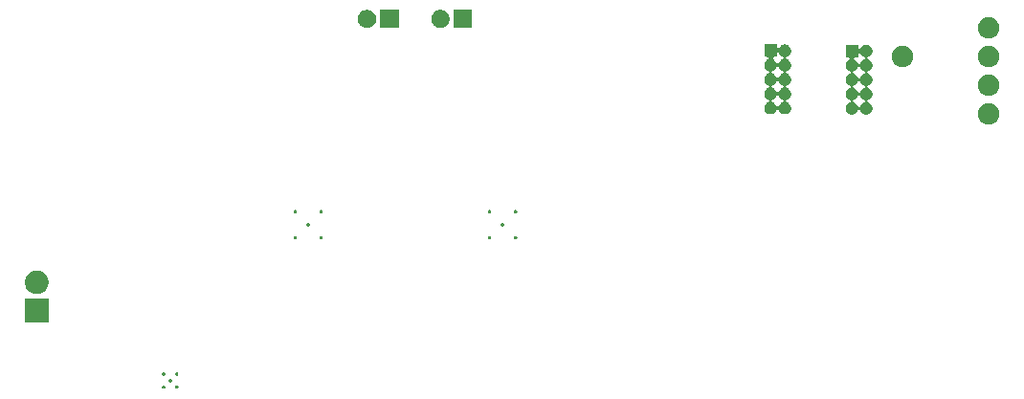
<source format=gbs>
G04 #@! TF.GenerationSoftware,KiCad,Pcbnew,(5.1.6)-1*
G04 #@! TF.CreationDate,2021-05-13T14:40:21+09:00*
G04 #@! TF.ProjectId,MainBoard_v1,4d61696e-426f-4617-9264-5f76312e6b69,rev?*
G04 #@! TF.SameCoordinates,Original*
G04 #@! TF.FileFunction,Soldermask,Bot*
G04 #@! TF.FilePolarity,Negative*
%FSLAX46Y46*%
G04 Gerber Fmt 4.6, Leading zero omitted, Abs format (unit mm)*
G04 Created by KiCad (PCBNEW (5.1.6)-1) date 2021-05-13 14:40:21*
%MOMM*%
%LPD*%
G01*
G04 APERTURE LIST*
%ADD10C,0.100000*%
G04 APERTURE END LIST*
D10*
G36*
X104825500Y-127129993D02*
G01*
X104831934Y-127132658D01*
X104853894Y-127141754D01*
X104866669Y-127150290D01*
X104879442Y-127158825D01*
X104901175Y-127180558D01*
X104909709Y-127193331D01*
X104918246Y-127206106D01*
X104927342Y-127228066D01*
X104930007Y-127234500D01*
X104936000Y-127264633D01*
X104936000Y-127295367D01*
X104930007Y-127325500D01*
X104930005Y-127325504D01*
X104918246Y-127353894D01*
X104909709Y-127366669D01*
X104901175Y-127379442D01*
X104879442Y-127401175D01*
X104866669Y-127409710D01*
X104853894Y-127418246D01*
X104831934Y-127427342D01*
X104825500Y-127430007D01*
X104795367Y-127436000D01*
X104764633Y-127436000D01*
X104734500Y-127430007D01*
X104728066Y-127427342D01*
X104706106Y-127418246D01*
X104693331Y-127409709D01*
X104680558Y-127401175D01*
X104658825Y-127379442D01*
X104650291Y-127366669D01*
X104641754Y-127353894D01*
X104629995Y-127325504D01*
X104629993Y-127325500D01*
X104624000Y-127295367D01*
X104624000Y-127264633D01*
X104629993Y-127234500D01*
X104632658Y-127228066D01*
X104641754Y-127206106D01*
X104650291Y-127193331D01*
X104658825Y-127180558D01*
X104680558Y-127158825D01*
X104693331Y-127150290D01*
X104706106Y-127141754D01*
X104728066Y-127132658D01*
X104734500Y-127129993D01*
X104764633Y-127124000D01*
X104795367Y-127124000D01*
X104825500Y-127129993D01*
G37*
G36*
X103665500Y-127129993D02*
G01*
X103671934Y-127132658D01*
X103693894Y-127141754D01*
X103706669Y-127150290D01*
X103719442Y-127158825D01*
X103741175Y-127180558D01*
X103749709Y-127193331D01*
X103758246Y-127206106D01*
X103767342Y-127228066D01*
X103770007Y-127234500D01*
X103776000Y-127264633D01*
X103776000Y-127295367D01*
X103770007Y-127325500D01*
X103770005Y-127325504D01*
X103758246Y-127353894D01*
X103749709Y-127366669D01*
X103741175Y-127379442D01*
X103719442Y-127401175D01*
X103706669Y-127409710D01*
X103693894Y-127418246D01*
X103671934Y-127427342D01*
X103665500Y-127430007D01*
X103635367Y-127436000D01*
X103604633Y-127436000D01*
X103574500Y-127430007D01*
X103568066Y-127427342D01*
X103546106Y-127418246D01*
X103533331Y-127409709D01*
X103520558Y-127401175D01*
X103498825Y-127379442D01*
X103490291Y-127366669D01*
X103481754Y-127353894D01*
X103469995Y-127325504D01*
X103469993Y-127325500D01*
X103464000Y-127295367D01*
X103464000Y-127264633D01*
X103469993Y-127234500D01*
X103472658Y-127228066D01*
X103481754Y-127206106D01*
X103490291Y-127193331D01*
X103498825Y-127180558D01*
X103520558Y-127158825D01*
X103533331Y-127150290D01*
X103546106Y-127141754D01*
X103568066Y-127132658D01*
X103574500Y-127129993D01*
X103604633Y-127124000D01*
X103635367Y-127124000D01*
X103665500Y-127129993D01*
G37*
G36*
X104245500Y-126549993D02*
G01*
X104251934Y-126552658D01*
X104273894Y-126561754D01*
X104286669Y-126570291D01*
X104299442Y-126578825D01*
X104321175Y-126600558D01*
X104329710Y-126613331D01*
X104338246Y-126626106D01*
X104347342Y-126648066D01*
X104350007Y-126654500D01*
X104356000Y-126684633D01*
X104356000Y-126715367D01*
X104350007Y-126745500D01*
X104350005Y-126745504D01*
X104338246Y-126773894D01*
X104329709Y-126786669D01*
X104321175Y-126799442D01*
X104299442Y-126821175D01*
X104286669Y-126829710D01*
X104273894Y-126838246D01*
X104251934Y-126847342D01*
X104245500Y-126850007D01*
X104215367Y-126856000D01*
X104184633Y-126856000D01*
X104154500Y-126850007D01*
X104148066Y-126847342D01*
X104126106Y-126838246D01*
X104113331Y-126829709D01*
X104100558Y-126821175D01*
X104078825Y-126799442D01*
X104070290Y-126786669D01*
X104061754Y-126773894D01*
X104049995Y-126745504D01*
X104049993Y-126745500D01*
X104044000Y-126715367D01*
X104044000Y-126684633D01*
X104049993Y-126654500D01*
X104052658Y-126648066D01*
X104061754Y-126626106D01*
X104070290Y-126613331D01*
X104078825Y-126600558D01*
X104100558Y-126578825D01*
X104113331Y-126570291D01*
X104126106Y-126561754D01*
X104148066Y-126552658D01*
X104154500Y-126549993D01*
X104184633Y-126544000D01*
X104215367Y-126544000D01*
X104245500Y-126549993D01*
G37*
G36*
X103665500Y-125969993D02*
G01*
X103671934Y-125972658D01*
X103693894Y-125981754D01*
X103706669Y-125990290D01*
X103719442Y-125998825D01*
X103741175Y-126020558D01*
X103749710Y-126033331D01*
X103758246Y-126046106D01*
X103767342Y-126068066D01*
X103770007Y-126074500D01*
X103776000Y-126104633D01*
X103776000Y-126135367D01*
X103770007Y-126165500D01*
X103770005Y-126165504D01*
X103758246Y-126193894D01*
X103749709Y-126206669D01*
X103741175Y-126219442D01*
X103719442Y-126241175D01*
X103706669Y-126249710D01*
X103693894Y-126258246D01*
X103671934Y-126267342D01*
X103665500Y-126270007D01*
X103635367Y-126276000D01*
X103604633Y-126276000D01*
X103574500Y-126270007D01*
X103568066Y-126267342D01*
X103546106Y-126258246D01*
X103533331Y-126249710D01*
X103520558Y-126241175D01*
X103498825Y-126219442D01*
X103490290Y-126206669D01*
X103481754Y-126193894D01*
X103469995Y-126165504D01*
X103469993Y-126165500D01*
X103464000Y-126135367D01*
X103464000Y-126104633D01*
X103469993Y-126074500D01*
X103472658Y-126068066D01*
X103481754Y-126046106D01*
X103490290Y-126033331D01*
X103498825Y-126020558D01*
X103520558Y-125998825D01*
X103533331Y-125990290D01*
X103546106Y-125981754D01*
X103568066Y-125972658D01*
X103574500Y-125969993D01*
X103604633Y-125964000D01*
X103635367Y-125964000D01*
X103665500Y-125969993D01*
G37*
G36*
X104825500Y-125969993D02*
G01*
X104831934Y-125972658D01*
X104853894Y-125981754D01*
X104866669Y-125990290D01*
X104879442Y-125998825D01*
X104901175Y-126020558D01*
X104909710Y-126033331D01*
X104918246Y-126046106D01*
X104927342Y-126068066D01*
X104930007Y-126074500D01*
X104936000Y-126104633D01*
X104936000Y-126135367D01*
X104930007Y-126165500D01*
X104930005Y-126165504D01*
X104918246Y-126193894D01*
X104909709Y-126206669D01*
X104901175Y-126219442D01*
X104879442Y-126241175D01*
X104866669Y-126249710D01*
X104853894Y-126258246D01*
X104831934Y-126267342D01*
X104825500Y-126270007D01*
X104795367Y-126276000D01*
X104764633Y-126276000D01*
X104734500Y-126270007D01*
X104728066Y-126267342D01*
X104706106Y-126258246D01*
X104693331Y-126249710D01*
X104680558Y-126241175D01*
X104658825Y-126219442D01*
X104650290Y-126206669D01*
X104641754Y-126193894D01*
X104629995Y-126165504D01*
X104629993Y-126165500D01*
X104624000Y-126135367D01*
X104624000Y-126104633D01*
X104629993Y-126074500D01*
X104632658Y-126068066D01*
X104641754Y-126046106D01*
X104650290Y-126033331D01*
X104658825Y-126020558D01*
X104680558Y-125998825D01*
X104693331Y-125990290D01*
X104706106Y-125981754D01*
X104728066Y-125972658D01*
X104734500Y-125969993D01*
X104764633Y-125964000D01*
X104795367Y-125964000D01*
X104825500Y-125969993D01*
G37*
G36*
X93451000Y-121551000D02*
G01*
X91349000Y-121551000D01*
X91349000Y-119449000D01*
X93451000Y-119449000D01*
X93451000Y-121551000D01*
G37*
G36*
X92706564Y-116989389D02*
G01*
X92897833Y-117068615D01*
X92897835Y-117068616D01*
X93069973Y-117183635D01*
X93216365Y-117330027D01*
X93331385Y-117502167D01*
X93410611Y-117693436D01*
X93451000Y-117896484D01*
X93451000Y-118103516D01*
X93410611Y-118306564D01*
X93331385Y-118497833D01*
X93331384Y-118497835D01*
X93216365Y-118669973D01*
X93069973Y-118816365D01*
X92897835Y-118931384D01*
X92897834Y-118931385D01*
X92897833Y-118931385D01*
X92706564Y-119010611D01*
X92503516Y-119051000D01*
X92296484Y-119051000D01*
X92093436Y-119010611D01*
X91902167Y-118931385D01*
X91902166Y-118931385D01*
X91902165Y-118931384D01*
X91730027Y-118816365D01*
X91583635Y-118669973D01*
X91468616Y-118497835D01*
X91468615Y-118497833D01*
X91389389Y-118306564D01*
X91349000Y-118103516D01*
X91349000Y-117896484D01*
X91389389Y-117693436D01*
X91468615Y-117502167D01*
X91583635Y-117330027D01*
X91730027Y-117183635D01*
X91902165Y-117068616D01*
X91902167Y-117068615D01*
X92093436Y-116989389D01*
X92296484Y-116949000D01*
X92503516Y-116949000D01*
X92706564Y-116989389D01*
G37*
G36*
X117595500Y-113899993D02*
G01*
X117601934Y-113902658D01*
X117623894Y-113911754D01*
X117636669Y-113920290D01*
X117649442Y-113928825D01*
X117671175Y-113950558D01*
X117679710Y-113963331D01*
X117688246Y-113976106D01*
X117697342Y-113998066D01*
X117700007Y-114004500D01*
X117706000Y-114034633D01*
X117706000Y-114065367D01*
X117700007Y-114095500D01*
X117700005Y-114095504D01*
X117688246Y-114123894D01*
X117679710Y-114136669D01*
X117671175Y-114149442D01*
X117649442Y-114171175D01*
X117636669Y-114179710D01*
X117623894Y-114188246D01*
X117601934Y-114197342D01*
X117595500Y-114200007D01*
X117565367Y-114206000D01*
X117534633Y-114206000D01*
X117504500Y-114200007D01*
X117498066Y-114197342D01*
X117476106Y-114188246D01*
X117463331Y-114179710D01*
X117450558Y-114171175D01*
X117428825Y-114149442D01*
X117420290Y-114136669D01*
X117411754Y-114123894D01*
X117399995Y-114095504D01*
X117399993Y-114095500D01*
X117394000Y-114065367D01*
X117394000Y-114034633D01*
X117399993Y-114004500D01*
X117402658Y-113998066D01*
X117411754Y-113976106D01*
X117420291Y-113963331D01*
X117428825Y-113950558D01*
X117450558Y-113928825D01*
X117463331Y-113920291D01*
X117476106Y-113911754D01*
X117498066Y-113902658D01*
X117504500Y-113899993D01*
X117534633Y-113894000D01*
X117565367Y-113894000D01*
X117595500Y-113899993D01*
G37*
G36*
X132495500Y-113899993D02*
G01*
X132501934Y-113902658D01*
X132523894Y-113911754D01*
X132536669Y-113920290D01*
X132549442Y-113928825D01*
X132571175Y-113950558D01*
X132579710Y-113963331D01*
X132588246Y-113976106D01*
X132597342Y-113998066D01*
X132600007Y-114004500D01*
X132606000Y-114034633D01*
X132606000Y-114065367D01*
X132600007Y-114095500D01*
X132600005Y-114095504D01*
X132588246Y-114123894D01*
X132579710Y-114136669D01*
X132571175Y-114149442D01*
X132549442Y-114171175D01*
X132536669Y-114179710D01*
X132523894Y-114188246D01*
X132501934Y-114197342D01*
X132495500Y-114200007D01*
X132465367Y-114206000D01*
X132434633Y-114206000D01*
X132404500Y-114200007D01*
X132398066Y-114197342D01*
X132376106Y-114188246D01*
X132363331Y-114179710D01*
X132350558Y-114171175D01*
X132328825Y-114149442D01*
X132320290Y-114136669D01*
X132311754Y-114123894D01*
X132299995Y-114095504D01*
X132299993Y-114095500D01*
X132294000Y-114065367D01*
X132294000Y-114034633D01*
X132299993Y-114004500D01*
X132302658Y-113998066D01*
X132311754Y-113976106D01*
X132320291Y-113963331D01*
X132328825Y-113950558D01*
X132350558Y-113928825D01*
X132363331Y-113920291D01*
X132376106Y-113911754D01*
X132398066Y-113902658D01*
X132404500Y-113899993D01*
X132434633Y-113894000D01*
X132465367Y-113894000D01*
X132495500Y-113899993D01*
G37*
G36*
X134795500Y-113899993D02*
G01*
X134801934Y-113902658D01*
X134823894Y-113911754D01*
X134836669Y-113920290D01*
X134849442Y-113928825D01*
X134871175Y-113950558D01*
X134879710Y-113963331D01*
X134888246Y-113976106D01*
X134897342Y-113998066D01*
X134900007Y-114004500D01*
X134906000Y-114034633D01*
X134906000Y-114065367D01*
X134900007Y-114095500D01*
X134900005Y-114095504D01*
X134888246Y-114123894D01*
X134879710Y-114136669D01*
X134871175Y-114149442D01*
X134849442Y-114171175D01*
X134836669Y-114179710D01*
X134823894Y-114188246D01*
X134801934Y-114197342D01*
X134795500Y-114200007D01*
X134765367Y-114206000D01*
X134734633Y-114206000D01*
X134704500Y-114200007D01*
X134698066Y-114197342D01*
X134676106Y-114188246D01*
X134663331Y-114179710D01*
X134650558Y-114171175D01*
X134628825Y-114149442D01*
X134620290Y-114136669D01*
X134611754Y-114123894D01*
X134599995Y-114095504D01*
X134599993Y-114095500D01*
X134594000Y-114065367D01*
X134594000Y-114034633D01*
X134599993Y-114004500D01*
X134602658Y-113998066D01*
X134611754Y-113976106D01*
X134620291Y-113963331D01*
X134628825Y-113950558D01*
X134650558Y-113928825D01*
X134663331Y-113920291D01*
X134676106Y-113911754D01*
X134698066Y-113902658D01*
X134704500Y-113899993D01*
X134734633Y-113894000D01*
X134765367Y-113894000D01*
X134795500Y-113899993D01*
G37*
G36*
X115295500Y-113899993D02*
G01*
X115301934Y-113902658D01*
X115323894Y-113911754D01*
X115336669Y-113920290D01*
X115349442Y-113928825D01*
X115371175Y-113950558D01*
X115379710Y-113963331D01*
X115388246Y-113976106D01*
X115397342Y-113998066D01*
X115400007Y-114004500D01*
X115406000Y-114034633D01*
X115406000Y-114065367D01*
X115400007Y-114095500D01*
X115400005Y-114095504D01*
X115388246Y-114123894D01*
X115379710Y-114136669D01*
X115371175Y-114149442D01*
X115349442Y-114171175D01*
X115336669Y-114179710D01*
X115323894Y-114188246D01*
X115301934Y-114197342D01*
X115295500Y-114200007D01*
X115265367Y-114206000D01*
X115234633Y-114206000D01*
X115204500Y-114200007D01*
X115198066Y-114197342D01*
X115176106Y-114188246D01*
X115163331Y-114179710D01*
X115150558Y-114171175D01*
X115128825Y-114149442D01*
X115120290Y-114136669D01*
X115111754Y-114123894D01*
X115099995Y-114095504D01*
X115099993Y-114095500D01*
X115094000Y-114065367D01*
X115094000Y-114034633D01*
X115099993Y-114004500D01*
X115102658Y-113998066D01*
X115111754Y-113976106D01*
X115120291Y-113963331D01*
X115128825Y-113950558D01*
X115150558Y-113928825D01*
X115163331Y-113920291D01*
X115176106Y-113911754D01*
X115198066Y-113902658D01*
X115204500Y-113899993D01*
X115234633Y-113894000D01*
X115265367Y-113894000D01*
X115295500Y-113899993D01*
G37*
G36*
X116445500Y-112749993D02*
G01*
X116451934Y-112752658D01*
X116473894Y-112761754D01*
X116486669Y-112770291D01*
X116499442Y-112778825D01*
X116521175Y-112800558D01*
X116529710Y-112813331D01*
X116538246Y-112826106D01*
X116547342Y-112848066D01*
X116550007Y-112854500D01*
X116556000Y-112884633D01*
X116556000Y-112915367D01*
X116550007Y-112945500D01*
X116550005Y-112945504D01*
X116538246Y-112973894D01*
X116529709Y-112986669D01*
X116521175Y-112999442D01*
X116499442Y-113021175D01*
X116486669Y-113029709D01*
X116473894Y-113038246D01*
X116451934Y-113047342D01*
X116445500Y-113050007D01*
X116415367Y-113056000D01*
X116384633Y-113056000D01*
X116354500Y-113050007D01*
X116348066Y-113047342D01*
X116326106Y-113038246D01*
X116313331Y-113029709D01*
X116300558Y-113021175D01*
X116278825Y-112999442D01*
X116270291Y-112986669D01*
X116261754Y-112973894D01*
X116249995Y-112945504D01*
X116249993Y-112945500D01*
X116244000Y-112915367D01*
X116244000Y-112884633D01*
X116249993Y-112854500D01*
X116252658Y-112848066D01*
X116261754Y-112826106D01*
X116270290Y-112813331D01*
X116278825Y-112800558D01*
X116300558Y-112778825D01*
X116313331Y-112770291D01*
X116326106Y-112761754D01*
X116348066Y-112752658D01*
X116354500Y-112749993D01*
X116384633Y-112744000D01*
X116415367Y-112744000D01*
X116445500Y-112749993D01*
G37*
G36*
X133645500Y-112749993D02*
G01*
X133651934Y-112752658D01*
X133673894Y-112761754D01*
X133686669Y-112770291D01*
X133699442Y-112778825D01*
X133721175Y-112800558D01*
X133729710Y-112813331D01*
X133738246Y-112826106D01*
X133747342Y-112848066D01*
X133750007Y-112854500D01*
X133756000Y-112884633D01*
X133756000Y-112915367D01*
X133750007Y-112945500D01*
X133750005Y-112945504D01*
X133738246Y-112973894D01*
X133729709Y-112986669D01*
X133721175Y-112999442D01*
X133699442Y-113021175D01*
X133686669Y-113029709D01*
X133673894Y-113038246D01*
X133651934Y-113047342D01*
X133645500Y-113050007D01*
X133615367Y-113056000D01*
X133584633Y-113056000D01*
X133554500Y-113050007D01*
X133548066Y-113047342D01*
X133526106Y-113038246D01*
X133513331Y-113029709D01*
X133500558Y-113021175D01*
X133478825Y-112999442D01*
X133470291Y-112986669D01*
X133461754Y-112973894D01*
X133449995Y-112945504D01*
X133449993Y-112945500D01*
X133444000Y-112915367D01*
X133444000Y-112884633D01*
X133449993Y-112854500D01*
X133452658Y-112848066D01*
X133461754Y-112826106D01*
X133470290Y-112813331D01*
X133478825Y-112800558D01*
X133500558Y-112778825D01*
X133513331Y-112770291D01*
X133526106Y-112761754D01*
X133548066Y-112752658D01*
X133554500Y-112749993D01*
X133584633Y-112744000D01*
X133615367Y-112744000D01*
X133645500Y-112749993D01*
G37*
G36*
X134795500Y-111599993D02*
G01*
X134801934Y-111602658D01*
X134823894Y-111611754D01*
X134836669Y-111620291D01*
X134849442Y-111628825D01*
X134871175Y-111650558D01*
X134879710Y-111663331D01*
X134888246Y-111676106D01*
X134897342Y-111698066D01*
X134900007Y-111704500D01*
X134906000Y-111734633D01*
X134906000Y-111765367D01*
X134900007Y-111795500D01*
X134900005Y-111795504D01*
X134888246Y-111823894D01*
X134879710Y-111836669D01*
X134871175Y-111849442D01*
X134849442Y-111871175D01*
X134836669Y-111879709D01*
X134823894Y-111888246D01*
X134801934Y-111897342D01*
X134795500Y-111900007D01*
X134765367Y-111906000D01*
X134734633Y-111906000D01*
X134704500Y-111900007D01*
X134698066Y-111897342D01*
X134676106Y-111888246D01*
X134663331Y-111879709D01*
X134650558Y-111871175D01*
X134628825Y-111849442D01*
X134620291Y-111836669D01*
X134611754Y-111823894D01*
X134599995Y-111795504D01*
X134599993Y-111795500D01*
X134594000Y-111765367D01*
X134594000Y-111734633D01*
X134599993Y-111704500D01*
X134602658Y-111698066D01*
X134611754Y-111676106D01*
X134620291Y-111663331D01*
X134628825Y-111650558D01*
X134650558Y-111628825D01*
X134663331Y-111620290D01*
X134676106Y-111611754D01*
X134698066Y-111602658D01*
X134704500Y-111599993D01*
X134734633Y-111594000D01*
X134765367Y-111594000D01*
X134795500Y-111599993D01*
G37*
G36*
X132495500Y-111599993D02*
G01*
X132501934Y-111602658D01*
X132523894Y-111611754D01*
X132536669Y-111620291D01*
X132549442Y-111628825D01*
X132571175Y-111650558D01*
X132579710Y-111663331D01*
X132588246Y-111676106D01*
X132597342Y-111698066D01*
X132600007Y-111704500D01*
X132606000Y-111734633D01*
X132606000Y-111765367D01*
X132600007Y-111795500D01*
X132600005Y-111795504D01*
X132588246Y-111823894D01*
X132579710Y-111836669D01*
X132571175Y-111849442D01*
X132549442Y-111871175D01*
X132536669Y-111879709D01*
X132523894Y-111888246D01*
X132501934Y-111897342D01*
X132495500Y-111900007D01*
X132465367Y-111906000D01*
X132434633Y-111906000D01*
X132404500Y-111900007D01*
X132398066Y-111897342D01*
X132376106Y-111888246D01*
X132363331Y-111879709D01*
X132350558Y-111871175D01*
X132328825Y-111849442D01*
X132320291Y-111836669D01*
X132311754Y-111823894D01*
X132299995Y-111795504D01*
X132299993Y-111795500D01*
X132294000Y-111765367D01*
X132294000Y-111734633D01*
X132299993Y-111704500D01*
X132302658Y-111698066D01*
X132311754Y-111676106D01*
X132320291Y-111663331D01*
X132328825Y-111650558D01*
X132350558Y-111628825D01*
X132363331Y-111620290D01*
X132376106Y-111611754D01*
X132398066Y-111602658D01*
X132404500Y-111599993D01*
X132434633Y-111594000D01*
X132465367Y-111594000D01*
X132495500Y-111599993D01*
G37*
G36*
X117595500Y-111599993D02*
G01*
X117601934Y-111602658D01*
X117623894Y-111611754D01*
X117636669Y-111620291D01*
X117649442Y-111628825D01*
X117671175Y-111650558D01*
X117679710Y-111663331D01*
X117688246Y-111676106D01*
X117697342Y-111698066D01*
X117700007Y-111704500D01*
X117706000Y-111734633D01*
X117706000Y-111765367D01*
X117700007Y-111795500D01*
X117700005Y-111795504D01*
X117688246Y-111823894D01*
X117679710Y-111836669D01*
X117671175Y-111849442D01*
X117649442Y-111871175D01*
X117636669Y-111879709D01*
X117623894Y-111888246D01*
X117601934Y-111897342D01*
X117595500Y-111900007D01*
X117565367Y-111906000D01*
X117534633Y-111906000D01*
X117504500Y-111900007D01*
X117498066Y-111897342D01*
X117476106Y-111888246D01*
X117463331Y-111879709D01*
X117450558Y-111871175D01*
X117428825Y-111849442D01*
X117420291Y-111836669D01*
X117411754Y-111823894D01*
X117399995Y-111795504D01*
X117399993Y-111795500D01*
X117394000Y-111765367D01*
X117394000Y-111734633D01*
X117399993Y-111704500D01*
X117402658Y-111698066D01*
X117411754Y-111676106D01*
X117420291Y-111663331D01*
X117428825Y-111650558D01*
X117450558Y-111628825D01*
X117463331Y-111620290D01*
X117476106Y-111611754D01*
X117498066Y-111602658D01*
X117504500Y-111599993D01*
X117534633Y-111594000D01*
X117565367Y-111594000D01*
X117595500Y-111599993D01*
G37*
G36*
X115295500Y-111599993D02*
G01*
X115301934Y-111602658D01*
X115323894Y-111611754D01*
X115336669Y-111620291D01*
X115349442Y-111628825D01*
X115371175Y-111650558D01*
X115379710Y-111663331D01*
X115388246Y-111676106D01*
X115397342Y-111698066D01*
X115400007Y-111704500D01*
X115406000Y-111734633D01*
X115406000Y-111765367D01*
X115400007Y-111795500D01*
X115400005Y-111795504D01*
X115388246Y-111823894D01*
X115379710Y-111836669D01*
X115371175Y-111849442D01*
X115349442Y-111871175D01*
X115336669Y-111879709D01*
X115323894Y-111888246D01*
X115301934Y-111897342D01*
X115295500Y-111900007D01*
X115265367Y-111906000D01*
X115234633Y-111906000D01*
X115204500Y-111900007D01*
X115198066Y-111897342D01*
X115176106Y-111888246D01*
X115163331Y-111879709D01*
X115150558Y-111871175D01*
X115128825Y-111849442D01*
X115120291Y-111836669D01*
X115111754Y-111823894D01*
X115099995Y-111795504D01*
X115099993Y-111795500D01*
X115094000Y-111765367D01*
X115094000Y-111734633D01*
X115099993Y-111704500D01*
X115102658Y-111698066D01*
X115111754Y-111676106D01*
X115120291Y-111663331D01*
X115128825Y-111650558D01*
X115150558Y-111628825D01*
X115163331Y-111620290D01*
X115176106Y-111611754D01*
X115198066Y-111602658D01*
X115204500Y-111599993D01*
X115234633Y-111594000D01*
X115265367Y-111594000D01*
X115295500Y-111599993D01*
G37*
G36*
X176877395Y-102195546D02*
G01*
X177050466Y-102267234D01*
X177050467Y-102267235D01*
X177206227Y-102371310D01*
X177338690Y-102503773D01*
X177366725Y-102545731D01*
X177442766Y-102659534D01*
X177514454Y-102832605D01*
X177551000Y-103016333D01*
X177551000Y-103203667D01*
X177514454Y-103387395D01*
X177442766Y-103560466D01*
X177442765Y-103560467D01*
X177338690Y-103716227D01*
X177206227Y-103848690D01*
X177127818Y-103901081D01*
X177050466Y-103952766D01*
X176877395Y-104024454D01*
X176693667Y-104061000D01*
X176506333Y-104061000D01*
X176322605Y-104024454D01*
X176149534Y-103952766D01*
X176072182Y-103901081D01*
X175993773Y-103848690D01*
X175861310Y-103716227D01*
X175757235Y-103560467D01*
X175757234Y-103560466D01*
X175685546Y-103387395D01*
X175649000Y-103203667D01*
X175649000Y-103016333D01*
X175685546Y-102832605D01*
X175757234Y-102659534D01*
X175833275Y-102545731D01*
X175861310Y-102503773D01*
X175993773Y-102371310D01*
X176149533Y-102267235D01*
X176149534Y-102267234D01*
X176322605Y-102195546D01*
X176506333Y-102159000D01*
X176693667Y-102159000D01*
X176877395Y-102195546D01*
G37*
G36*
X165051000Y-97192218D02*
G01*
X165053402Y-97216604D01*
X165060515Y-97240053D01*
X165072066Y-97261664D01*
X165087611Y-97280606D01*
X165106553Y-97296151D01*
X165128164Y-97307702D01*
X165151613Y-97314815D01*
X165175999Y-97317217D01*
X165200385Y-97314815D01*
X165223834Y-97307702D01*
X165245445Y-97296151D01*
X165264387Y-97280606D01*
X165279932Y-97261664D01*
X165342009Y-97168760D01*
X165342010Y-97168758D01*
X165418758Y-97092010D01*
X165509004Y-97031710D01*
X165509005Y-97031709D01*
X165609279Y-96990174D01*
X165715730Y-96969000D01*
X165824270Y-96969000D01*
X165930721Y-96990174D01*
X166030995Y-97031709D01*
X166030996Y-97031710D01*
X166121242Y-97092010D01*
X166197990Y-97168758D01*
X166197991Y-97168760D01*
X166258291Y-97259005D01*
X166299826Y-97359279D01*
X166321000Y-97465730D01*
X166321000Y-97574270D01*
X166299826Y-97680721D01*
X166258291Y-97780995D01*
X166258290Y-97780996D01*
X166197990Y-97871242D01*
X166121242Y-97947990D01*
X166075812Y-97978345D01*
X166030995Y-98008291D01*
X165955611Y-98039516D01*
X165934000Y-98051067D01*
X165915059Y-98066612D01*
X165899513Y-98085554D01*
X165887962Y-98107165D01*
X165880849Y-98130614D01*
X165878447Y-98155000D01*
X165880849Y-98179386D01*
X165887962Y-98202835D01*
X165899513Y-98224446D01*
X165915058Y-98243387D01*
X165934000Y-98258933D01*
X165955611Y-98270484D01*
X166030995Y-98301709D01*
X166039506Y-98307396D01*
X166121242Y-98362010D01*
X166197990Y-98438758D01*
X166197991Y-98438760D01*
X166258291Y-98529005D01*
X166299826Y-98629279D01*
X166321000Y-98735730D01*
X166321000Y-98844270D01*
X166299826Y-98950721D01*
X166258291Y-99050995D01*
X166258290Y-99050996D01*
X166197990Y-99141242D01*
X166121242Y-99217990D01*
X166075812Y-99248345D01*
X166030995Y-99278291D01*
X165955611Y-99309516D01*
X165934000Y-99321067D01*
X165915059Y-99336612D01*
X165899513Y-99355554D01*
X165887962Y-99377165D01*
X165880849Y-99400614D01*
X165878447Y-99425000D01*
X165880849Y-99449386D01*
X165887962Y-99472835D01*
X165899513Y-99494446D01*
X165915058Y-99513387D01*
X165934000Y-99528933D01*
X165955611Y-99540484D01*
X166030995Y-99571709D01*
X166030996Y-99571710D01*
X166121242Y-99632010D01*
X166197990Y-99708758D01*
X166197991Y-99708760D01*
X166258291Y-99799005D01*
X166299826Y-99899279D01*
X166321000Y-100005730D01*
X166321000Y-100114270D01*
X166299826Y-100220721D01*
X166258291Y-100320995D01*
X166258290Y-100320996D01*
X166197990Y-100411242D01*
X166121242Y-100487990D01*
X166075812Y-100518345D01*
X166030995Y-100548291D01*
X165955611Y-100579516D01*
X165934000Y-100591067D01*
X165915059Y-100606612D01*
X165899513Y-100625554D01*
X165887962Y-100647165D01*
X165880849Y-100670614D01*
X165878447Y-100695000D01*
X165880849Y-100719386D01*
X165887962Y-100742835D01*
X165899513Y-100764446D01*
X165915058Y-100783387D01*
X165934000Y-100798933D01*
X165955611Y-100810484D01*
X166030995Y-100841709D01*
X166039506Y-100847396D01*
X166121242Y-100902010D01*
X166197990Y-100978758D01*
X166197991Y-100978760D01*
X166258291Y-101069005D01*
X166299826Y-101169279D01*
X166321000Y-101275730D01*
X166321000Y-101384270D01*
X166299826Y-101490721D01*
X166258291Y-101590995D01*
X166258290Y-101590996D01*
X166197990Y-101681242D01*
X166121242Y-101757990D01*
X166075812Y-101788345D01*
X166030995Y-101818291D01*
X165955611Y-101849516D01*
X165934000Y-101861067D01*
X165915059Y-101876612D01*
X165899513Y-101895554D01*
X165887962Y-101917165D01*
X165880849Y-101940614D01*
X165878447Y-101965000D01*
X165880849Y-101989386D01*
X165887962Y-102012835D01*
X165899513Y-102034446D01*
X165915058Y-102053387D01*
X165934000Y-102068933D01*
X165955611Y-102080484D01*
X166030995Y-102111709D01*
X166030996Y-102111710D01*
X166121242Y-102172010D01*
X166197990Y-102248758D01*
X166197991Y-102248760D01*
X166258291Y-102339005D01*
X166299826Y-102439279D01*
X166321000Y-102545730D01*
X166321000Y-102654270D01*
X166299826Y-102760721D01*
X166258291Y-102860995D01*
X166258290Y-102860996D01*
X166197990Y-102951242D01*
X166121242Y-103027990D01*
X166075812Y-103058345D01*
X166030995Y-103088291D01*
X165930721Y-103129826D01*
X165824270Y-103151000D01*
X165715730Y-103151000D01*
X165609279Y-103129826D01*
X165509005Y-103088291D01*
X165464188Y-103058345D01*
X165418758Y-103027990D01*
X165342010Y-102951242D01*
X165281710Y-102860996D01*
X165281709Y-102860995D01*
X165250484Y-102785611D01*
X165238933Y-102764000D01*
X165223388Y-102745059D01*
X165204446Y-102729513D01*
X165182835Y-102717962D01*
X165159386Y-102710849D01*
X165135000Y-102708447D01*
X165110614Y-102710849D01*
X165087165Y-102717962D01*
X165065554Y-102729513D01*
X165046613Y-102745058D01*
X165031067Y-102764000D01*
X165019516Y-102785611D01*
X164988291Y-102860995D01*
X164988290Y-102860996D01*
X164927990Y-102951242D01*
X164851242Y-103027990D01*
X164805812Y-103058345D01*
X164760995Y-103088291D01*
X164660721Y-103129826D01*
X164554270Y-103151000D01*
X164445730Y-103151000D01*
X164339279Y-103129826D01*
X164239005Y-103088291D01*
X164194188Y-103058345D01*
X164148758Y-103027990D01*
X164072010Y-102951242D01*
X164011710Y-102860996D01*
X164011709Y-102860995D01*
X163970174Y-102760721D01*
X163949000Y-102654270D01*
X163949000Y-102545730D01*
X163970174Y-102439279D01*
X164011709Y-102339005D01*
X164072009Y-102248760D01*
X164072010Y-102248758D01*
X164148758Y-102172010D01*
X164239004Y-102111710D01*
X164239005Y-102111709D01*
X164314389Y-102080484D01*
X164336000Y-102068933D01*
X164354941Y-102053388D01*
X164370487Y-102034446D01*
X164382038Y-102012835D01*
X164389151Y-101989386D01*
X164391553Y-101965000D01*
X164608447Y-101965000D01*
X164610849Y-101989386D01*
X164617962Y-102012835D01*
X164629513Y-102034446D01*
X164645058Y-102053387D01*
X164664000Y-102068933D01*
X164685611Y-102080484D01*
X164760995Y-102111709D01*
X164760996Y-102111710D01*
X164851242Y-102172010D01*
X164927990Y-102248758D01*
X164927991Y-102248760D01*
X164988291Y-102339005D01*
X165019516Y-102414389D01*
X165031067Y-102436000D01*
X165046612Y-102454941D01*
X165065554Y-102470487D01*
X165087165Y-102482038D01*
X165110614Y-102489151D01*
X165135000Y-102491553D01*
X165159386Y-102489151D01*
X165182835Y-102482038D01*
X165204446Y-102470487D01*
X165223387Y-102454942D01*
X165238933Y-102436000D01*
X165250484Y-102414389D01*
X165281709Y-102339005D01*
X165342009Y-102248760D01*
X165342010Y-102248758D01*
X165418758Y-102172010D01*
X165509004Y-102111710D01*
X165509005Y-102111709D01*
X165584389Y-102080484D01*
X165606000Y-102068933D01*
X165624941Y-102053388D01*
X165640487Y-102034446D01*
X165652038Y-102012835D01*
X165659151Y-101989386D01*
X165661553Y-101965000D01*
X165659151Y-101940614D01*
X165652038Y-101917165D01*
X165640487Y-101895554D01*
X165624942Y-101876613D01*
X165606000Y-101861067D01*
X165584389Y-101849516D01*
X165509005Y-101818291D01*
X165464188Y-101788345D01*
X165418758Y-101757990D01*
X165342010Y-101681242D01*
X165281710Y-101590996D01*
X165281709Y-101590995D01*
X165250484Y-101515611D01*
X165238933Y-101494000D01*
X165223388Y-101475059D01*
X165204446Y-101459513D01*
X165182835Y-101447962D01*
X165159386Y-101440849D01*
X165135000Y-101438447D01*
X165110614Y-101440849D01*
X165087165Y-101447962D01*
X165065554Y-101459513D01*
X165046613Y-101475058D01*
X165031067Y-101494000D01*
X165019516Y-101515611D01*
X164988291Y-101590995D01*
X164988290Y-101590996D01*
X164927990Y-101681242D01*
X164851242Y-101757990D01*
X164805812Y-101788345D01*
X164760995Y-101818291D01*
X164685611Y-101849516D01*
X164664000Y-101861067D01*
X164645059Y-101876612D01*
X164629513Y-101895554D01*
X164617962Y-101917165D01*
X164610849Y-101940614D01*
X164608447Y-101965000D01*
X164391553Y-101965000D01*
X164389151Y-101940614D01*
X164382038Y-101917165D01*
X164370487Y-101895554D01*
X164354942Y-101876613D01*
X164336000Y-101861067D01*
X164314389Y-101849516D01*
X164239005Y-101818291D01*
X164194188Y-101788345D01*
X164148758Y-101757990D01*
X164072010Y-101681242D01*
X164011710Y-101590996D01*
X164011709Y-101590995D01*
X163970174Y-101490721D01*
X163949000Y-101384270D01*
X163949000Y-101275730D01*
X163970174Y-101169279D01*
X164011709Y-101069005D01*
X164072009Y-100978760D01*
X164072010Y-100978758D01*
X164148758Y-100902010D01*
X164230494Y-100847396D01*
X164239005Y-100841709D01*
X164314389Y-100810484D01*
X164336000Y-100798933D01*
X164354941Y-100783388D01*
X164370487Y-100764446D01*
X164382038Y-100742835D01*
X164389151Y-100719386D01*
X164391553Y-100695000D01*
X164608447Y-100695000D01*
X164610849Y-100719386D01*
X164617962Y-100742835D01*
X164629513Y-100764446D01*
X164645058Y-100783387D01*
X164664000Y-100798933D01*
X164685611Y-100810484D01*
X164760995Y-100841709D01*
X164769506Y-100847396D01*
X164851242Y-100902010D01*
X164927990Y-100978758D01*
X164927991Y-100978760D01*
X164988291Y-101069005D01*
X165019516Y-101144389D01*
X165031067Y-101166000D01*
X165046612Y-101184941D01*
X165065554Y-101200487D01*
X165087165Y-101212038D01*
X165110614Y-101219151D01*
X165135000Y-101221553D01*
X165159386Y-101219151D01*
X165182835Y-101212038D01*
X165204446Y-101200487D01*
X165223387Y-101184942D01*
X165238933Y-101166000D01*
X165250484Y-101144389D01*
X165281709Y-101069005D01*
X165342009Y-100978760D01*
X165342010Y-100978758D01*
X165418758Y-100902010D01*
X165500494Y-100847396D01*
X165509005Y-100841709D01*
X165584389Y-100810484D01*
X165606000Y-100798933D01*
X165624941Y-100783388D01*
X165640487Y-100764446D01*
X165652038Y-100742835D01*
X165659151Y-100719386D01*
X165661553Y-100695000D01*
X165659151Y-100670614D01*
X165652038Y-100647165D01*
X165640487Y-100625554D01*
X165624942Y-100606613D01*
X165606000Y-100591067D01*
X165584389Y-100579516D01*
X165509005Y-100548291D01*
X165464188Y-100518345D01*
X165418758Y-100487990D01*
X165342010Y-100411242D01*
X165281710Y-100320996D01*
X165281709Y-100320995D01*
X165250484Y-100245611D01*
X165238933Y-100224000D01*
X165223388Y-100205059D01*
X165204446Y-100189513D01*
X165182835Y-100177962D01*
X165159386Y-100170849D01*
X165135000Y-100168447D01*
X165110614Y-100170849D01*
X165087165Y-100177962D01*
X165065554Y-100189513D01*
X165046613Y-100205058D01*
X165031067Y-100224000D01*
X165019516Y-100245611D01*
X164988291Y-100320995D01*
X164988290Y-100320996D01*
X164927990Y-100411242D01*
X164851242Y-100487990D01*
X164805812Y-100518345D01*
X164760995Y-100548291D01*
X164685611Y-100579516D01*
X164664000Y-100591067D01*
X164645059Y-100606612D01*
X164629513Y-100625554D01*
X164617962Y-100647165D01*
X164610849Y-100670614D01*
X164608447Y-100695000D01*
X164391553Y-100695000D01*
X164389151Y-100670614D01*
X164382038Y-100647165D01*
X164370487Y-100625554D01*
X164354942Y-100606613D01*
X164336000Y-100591067D01*
X164314389Y-100579516D01*
X164239005Y-100548291D01*
X164194188Y-100518345D01*
X164148758Y-100487990D01*
X164072010Y-100411242D01*
X164011710Y-100320996D01*
X164011709Y-100320995D01*
X163970174Y-100220721D01*
X163949000Y-100114270D01*
X163949000Y-100005730D01*
X163970174Y-99899279D01*
X164011709Y-99799005D01*
X164072009Y-99708760D01*
X164072010Y-99708758D01*
X164148758Y-99632010D01*
X164239004Y-99571710D01*
X164239005Y-99571709D01*
X164314389Y-99540484D01*
X164336000Y-99528933D01*
X164354941Y-99513388D01*
X164370487Y-99494446D01*
X164382038Y-99472835D01*
X164389151Y-99449386D01*
X164391553Y-99425000D01*
X164608447Y-99425000D01*
X164610849Y-99449386D01*
X164617962Y-99472835D01*
X164629513Y-99494446D01*
X164645058Y-99513387D01*
X164664000Y-99528933D01*
X164685611Y-99540484D01*
X164760995Y-99571709D01*
X164760996Y-99571710D01*
X164851242Y-99632010D01*
X164927990Y-99708758D01*
X164927991Y-99708760D01*
X164988291Y-99799005D01*
X165019516Y-99874389D01*
X165031067Y-99896000D01*
X165046612Y-99914941D01*
X165065554Y-99930487D01*
X165087165Y-99942038D01*
X165110614Y-99949151D01*
X165135000Y-99951553D01*
X165159386Y-99949151D01*
X165182835Y-99942038D01*
X165204446Y-99930487D01*
X165223387Y-99914942D01*
X165238933Y-99896000D01*
X165250484Y-99874389D01*
X165281709Y-99799005D01*
X165342009Y-99708760D01*
X165342010Y-99708758D01*
X165418758Y-99632010D01*
X165509004Y-99571710D01*
X165509005Y-99571709D01*
X165584389Y-99540484D01*
X165606000Y-99528933D01*
X165624941Y-99513388D01*
X165640487Y-99494446D01*
X165652038Y-99472835D01*
X165659151Y-99449386D01*
X165661553Y-99425000D01*
X165659151Y-99400614D01*
X165652038Y-99377165D01*
X165640487Y-99355554D01*
X165624942Y-99336613D01*
X165606000Y-99321067D01*
X165584389Y-99309516D01*
X165509005Y-99278291D01*
X165464188Y-99248345D01*
X165418758Y-99217990D01*
X165342010Y-99141242D01*
X165281710Y-99050996D01*
X165281709Y-99050995D01*
X165250484Y-98975611D01*
X165238933Y-98954000D01*
X165223388Y-98935059D01*
X165204446Y-98919513D01*
X165182835Y-98907962D01*
X165159386Y-98900849D01*
X165135000Y-98898447D01*
X165110614Y-98900849D01*
X165087165Y-98907962D01*
X165065554Y-98919513D01*
X165046613Y-98935058D01*
X165031067Y-98954000D01*
X165019516Y-98975611D01*
X164988291Y-99050995D01*
X164988290Y-99050996D01*
X164927990Y-99141242D01*
X164851242Y-99217990D01*
X164805812Y-99248345D01*
X164760995Y-99278291D01*
X164685611Y-99309516D01*
X164664000Y-99321067D01*
X164645059Y-99336612D01*
X164629513Y-99355554D01*
X164617962Y-99377165D01*
X164610849Y-99400614D01*
X164608447Y-99425000D01*
X164391553Y-99425000D01*
X164389151Y-99400614D01*
X164382038Y-99377165D01*
X164370487Y-99355554D01*
X164354942Y-99336613D01*
X164336000Y-99321067D01*
X164314389Y-99309516D01*
X164239005Y-99278291D01*
X164194188Y-99248345D01*
X164148758Y-99217990D01*
X164072010Y-99141242D01*
X164011710Y-99050996D01*
X164011709Y-99050995D01*
X163970174Y-98950721D01*
X163949000Y-98844270D01*
X163949000Y-98735730D01*
X163970174Y-98629279D01*
X164011709Y-98529005D01*
X164072009Y-98438760D01*
X164072010Y-98438758D01*
X164148758Y-98362010D01*
X164180184Y-98341012D01*
X164241664Y-98299932D01*
X164260606Y-98284386D01*
X164276151Y-98265444D01*
X164287702Y-98243833D01*
X164294815Y-98220385D01*
X164297216Y-98195999D01*
X164702783Y-98195999D01*
X164705185Y-98220385D01*
X164712298Y-98243834D01*
X164723849Y-98265445D01*
X164739394Y-98284387D01*
X164758336Y-98299932D01*
X164819816Y-98341012D01*
X164851242Y-98362010D01*
X164927990Y-98438758D01*
X164927991Y-98438760D01*
X164988291Y-98529005D01*
X165019516Y-98604389D01*
X165031067Y-98626000D01*
X165046612Y-98644941D01*
X165065554Y-98660487D01*
X165087165Y-98672038D01*
X165110614Y-98679151D01*
X165135000Y-98681553D01*
X165159386Y-98679151D01*
X165182835Y-98672038D01*
X165204446Y-98660487D01*
X165223387Y-98644942D01*
X165238933Y-98626000D01*
X165250484Y-98604389D01*
X165281709Y-98529005D01*
X165342009Y-98438760D01*
X165342010Y-98438758D01*
X165418758Y-98362010D01*
X165500494Y-98307396D01*
X165509005Y-98301709D01*
X165584389Y-98270484D01*
X165606000Y-98258933D01*
X165624941Y-98243388D01*
X165640487Y-98224446D01*
X165652038Y-98202835D01*
X165659151Y-98179386D01*
X165661553Y-98155000D01*
X165659151Y-98130614D01*
X165652038Y-98107165D01*
X165640487Y-98085554D01*
X165624942Y-98066613D01*
X165606000Y-98051067D01*
X165584389Y-98039516D01*
X165509005Y-98008291D01*
X165464188Y-97978345D01*
X165418758Y-97947990D01*
X165342010Y-97871242D01*
X165312971Y-97827782D01*
X165279932Y-97778336D01*
X165264386Y-97759394D01*
X165245444Y-97743849D01*
X165223833Y-97732298D01*
X165200385Y-97725185D01*
X165175998Y-97722783D01*
X165151612Y-97725185D01*
X165128163Y-97732298D01*
X165106553Y-97743849D01*
X165087611Y-97759395D01*
X165072066Y-97778337D01*
X165060515Y-97799948D01*
X165053402Y-97823396D01*
X165051000Y-97847782D01*
X165051000Y-98071000D01*
X164827782Y-98071000D01*
X164803396Y-98073402D01*
X164779947Y-98080515D01*
X164758336Y-98092066D01*
X164739394Y-98107611D01*
X164723849Y-98126553D01*
X164712298Y-98148164D01*
X164705185Y-98171613D01*
X164702783Y-98195999D01*
X164297216Y-98195999D01*
X164297217Y-98195998D01*
X164294815Y-98171612D01*
X164287702Y-98148163D01*
X164276151Y-98126553D01*
X164260605Y-98107611D01*
X164241663Y-98092066D01*
X164220052Y-98080515D01*
X164196604Y-98073402D01*
X164172218Y-98071000D01*
X163949000Y-98071000D01*
X163949000Y-96969000D01*
X165051000Y-96969000D01*
X165051000Y-97192218D01*
G37*
G36*
X157851000Y-97172218D02*
G01*
X157853402Y-97196604D01*
X157860515Y-97220053D01*
X157872066Y-97241664D01*
X157887611Y-97260606D01*
X157906553Y-97276151D01*
X157928164Y-97287702D01*
X157951613Y-97294815D01*
X157975999Y-97297217D01*
X158000385Y-97294815D01*
X158023834Y-97287702D01*
X158045445Y-97276151D01*
X158064387Y-97260606D01*
X158079932Y-97241664D01*
X158142009Y-97148760D01*
X158142010Y-97148758D01*
X158218758Y-97072010D01*
X158264188Y-97041655D01*
X158309005Y-97011709D01*
X158409279Y-96970174D01*
X158515730Y-96949000D01*
X158624270Y-96949000D01*
X158730721Y-96970174D01*
X158830995Y-97011709D01*
X158875812Y-97041655D01*
X158921242Y-97072010D01*
X158997990Y-97148758D01*
X158997991Y-97148760D01*
X159058291Y-97239005D01*
X159099826Y-97339279D01*
X159121000Y-97445730D01*
X159121000Y-97554270D01*
X159099826Y-97660721D01*
X159058291Y-97760995D01*
X159058290Y-97760996D01*
X158997990Y-97851242D01*
X158921242Y-97927990D01*
X158891308Y-97947991D01*
X158830995Y-97988291D01*
X158755611Y-98019516D01*
X158734000Y-98031067D01*
X158715059Y-98046612D01*
X158699513Y-98065554D01*
X158687962Y-98087165D01*
X158680849Y-98110614D01*
X158678447Y-98135000D01*
X158680849Y-98159386D01*
X158687962Y-98182835D01*
X158699513Y-98204446D01*
X158715058Y-98223387D01*
X158734000Y-98238933D01*
X158755611Y-98250484D01*
X158830995Y-98281709D01*
X158869437Y-98307395D01*
X158921242Y-98342010D01*
X158997990Y-98418758D01*
X158997991Y-98418760D01*
X159058291Y-98509005D01*
X159099826Y-98609279D01*
X159121000Y-98715730D01*
X159121000Y-98824270D01*
X159099826Y-98930721D01*
X159058291Y-99030995D01*
X159058290Y-99030996D01*
X158997990Y-99121242D01*
X158921242Y-99197990D01*
X158891308Y-99217991D01*
X158830995Y-99258291D01*
X158755611Y-99289516D01*
X158734000Y-99301067D01*
X158715059Y-99316612D01*
X158699513Y-99335554D01*
X158687962Y-99357165D01*
X158680849Y-99380614D01*
X158678447Y-99405000D01*
X158680849Y-99429386D01*
X158687962Y-99452835D01*
X158699513Y-99474446D01*
X158715058Y-99493387D01*
X158734000Y-99508933D01*
X158755611Y-99520484D01*
X158830995Y-99551709D01*
X158875812Y-99581655D01*
X158921242Y-99612010D01*
X158997990Y-99688758D01*
X158997991Y-99688760D01*
X159058291Y-99779005D01*
X159099826Y-99879279D01*
X159121000Y-99985730D01*
X159121000Y-100094270D01*
X159099826Y-100200721D01*
X159058291Y-100300995D01*
X159058290Y-100300996D01*
X158997990Y-100391242D01*
X158921242Y-100467990D01*
X158891308Y-100487991D01*
X158830995Y-100528291D01*
X158755611Y-100559516D01*
X158734000Y-100571067D01*
X158715059Y-100586612D01*
X158699513Y-100605554D01*
X158687962Y-100627165D01*
X158680849Y-100650614D01*
X158678447Y-100675000D01*
X158680849Y-100699386D01*
X158687962Y-100722835D01*
X158699513Y-100744446D01*
X158715058Y-100763387D01*
X158734000Y-100778933D01*
X158755611Y-100790484D01*
X158830995Y-100821709D01*
X158869437Y-100847395D01*
X158921242Y-100882010D01*
X158997990Y-100958758D01*
X158997991Y-100958760D01*
X159058291Y-101049005D01*
X159099826Y-101149279D01*
X159121000Y-101255730D01*
X159121000Y-101364270D01*
X159099826Y-101470721D01*
X159058291Y-101570995D01*
X159058290Y-101570996D01*
X158997990Y-101661242D01*
X158921242Y-101737990D01*
X158891308Y-101757991D01*
X158830995Y-101798291D01*
X158755611Y-101829516D01*
X158734000Y-101841067D01*
X158715059Y-101856612D01*
X158699513Y-101875554D01*
X158687962Y-101897165D01*
X158680849Y-101920614D01*
X158678447Y-101945000D01*
X158680849Y-101969386D01*
X158687962Y-101992835D01*
X158699513Y-102014446D01*
X158715058Y-102033387D01*
X158734000Y-102048933D01*
X158755611Y-102060484D01*
X158830995Y-102091709D01*
X158875812Y-102121655D01*
X158921242Y-102152010D01*
X158997990Y-102228758D01*
X158997991Y-102228760D01*
X159058291Y-102319005D01*
X159099826Y-102419279D01*
X159121000Y-102525730D01*
X159121000Y-102634270D01*
X159099826Y-102740721D01*
X159058291Y-102840995D01*
X159058290Y-102840996D01*
X158997990Y-102931242D01*
X158921242Y-103007990D01*
X158891308Y-103027991D01*
X158830995Y-103068291D01*
X158730721Y-103109826D01*
X158624270Y-103131000D01*
X158515730Y-103131000D01*
X158409279Y-103109826D01*
X158309005Y-103068291D01*
X158248692Y-103027991D01*
X158218758Y-103007990D01*
X158142010Y-102931242D01*
X158081710Y-102840996D01*
X158081709Y-102840995D01*
X158050484Y-102765611D01*
X158038933Y-102744000D01*
X158023388Y-102725059D01*
X158004446Y-102709513D01*
X157982835Y-102697962D01*
X157959386Y-102690849D01*
X157935000Y-102688447D01*
X157910614Y-102690849D01*
X157887165Y-102697962D01*
X157865554Y-102709513D01*
X157846613Y-102725058D01*
X157831067Y-102744000D01*
X157819516Y-102765611D01*
X157788291Y-102840995D01*
X157788290Y-102840996D01*
X157727990Y-102931242D01*
X157651242Y-103007990D01*
X157621308Y-103027991D01*
X157560995Y-103068291D01*
X157460721Y-103109826D01*
X157354270Y-103131000D01*
X157245730Y-103131000D01*
X157139279Y-103109826D01*
X157039005Y-103068291D01*
X156978692Y-103027991D01*
X156948758Y-103007990D01*
X156872010Y-102931242D01*
X156811710Y-102840996D01*
X156811709Y-102840995D01*
X156770174Y-102740721D01*
X156749000Y-102634270D01*
X156749000Y-102525730D01*
X156770174Y-102419279D01*
X156811709Y-102319005D01*
X156872009Y-102228760D01*
X156872010Y-102228758D01*
X156948758Y-102152010D01*
X156994188Y-102121655D01*
X157039005Y-102091709D01*
X157114389Y-102060484D01*
X157136000Y-102048933D01*
X157154941Y-102033388D01*
X157170487Y-102014446D01*
X157182038Y-101992835D01*
X157189151Y-101969386D01*
X157191553Y-101945000D01*
X157408447Y-101945000D01*
X157410849Y-101969386D01*
X157417962Y-101992835D01*
X157429513Y-102014446D01*
X157445058Y-102033387D01*
X157464000Y-102048933D01*
X157485611Y-102060484D01*
X157560995Y-102091709D01*
X157605812Y-102121655D01*
X157651242Y-102152010D01*
X157727990Y-102228758D01*
X157727991Y-102228760D01*
X157788291Y-102319005D01*
X157819516Y-102394389D01*
X157831067Y-102416000D01*
X157846612Y-102434941D01*
X157865554Y-102450487D01*
X157887165Y-102462038D01*
X157910614Y-102469151D01*
X157935000Y-102471553D01*
X157959386Y-102469151D01*
X157982835Y-102462038D01*
X158004446Y-102450487D01*
X158023387Y-102434942D01*
X158038933Y-102416000D01*
X158050484Y-102394389D01*
X158081709Y-102319005D01*
X158142009Y-102228760D01*
X158142010Y-102228758D01*
X158218758Y-102152010D01*
X158264188Y-102121655D01*
X158309005Y-102091709D01*
X158384389Y-102060484D01*
X158406000Y-102048933D01*
X158424941Y-102033388D01*
X158440487Y-102014446D01*
X158452038Y-101992835D01*
X158459151Y-101969386D01*
X158461553Y-101945000D01*
X158459151Y-101920614D01*
X158452038Y-101897165D01*
X158440487Y-101875554D01*
X158424942Y-101856613D01*
X158406000Y-101841067D01*
X158384389Y-101829516D01*
X158309005Y-101798291D01*
X158248692Y-101757991D01*
X158218758Y-101737990D01*
X158142010Y-101661242D01*
X158081710Y-101570996D01*
X158081709Y-101570995D01*
X158050484Y-101495611D01*
X158038933Y-101474000D01*
X158023388Y-101455059D01*
X158004446Y-101439513D01*
X157982835Y-101427962D01*
X157959386Y-101420849D01*
X157935000Y-101418447D01*
X157910614Y-101420849D01*
X157887165Y-101427962D01*
X157865554Y-101439513D01*
X157846613Y-101455058D01*
X157831067Y-101474000D01*
X157819516Y-101495611D01*
X157788291Y-101570995D01*
X157788290Y-101570996D01*
X157727990Y-101661242D01*
X157651242Y-101737990D01*
X157621308Y-101757991D01*
X157560995Y-101798291D01*
X157485611Y-101829516D01*
X157464000Y-101841067D01*
X157445059Y-101856612D01*
X157429513Y-101875554D01*
X157417962Y-101897165D01*
X157410849Y-101920614D01*
X157408447Y-101945000D01*
X157191553Y-101945000D01*
X157189151Y-101920614D01*
X157182038Y-101897165D01*
X157170487Y-101875554D01*
X157154942Y-101856613D01*
X157136000Y-101841067D01*
X157114389Y-101829516D01*
X157039005Y-101798291D01*
X156978692Y-101757991D01*
X156948758Y-101737990D01*
X156872010Y-101661242D01*
X156811710Y-101570996D01*
X156811709Y-101570995D01*
X156770174Y-101470721D01*
X156749000Y-101364270D01*
X156749000Y-101255730D01*
X156770174Y-101149279D01*
X156811709Y-101049005D01*
X156872009Y-100958760D01*
X156872010Y-100958758D01*
X156948758Y-100882010D01*
X157000563Y-100847395D01*
X157039005Y-100821709D01*
X157114389Y-100790484D01*
X157136000Y-100778933D01*
X157154941Y-100763388D01*
X157170487Y-100744446D01*
X157182038Y-100722835D01*
X157189151Y-100699386D01*
X157191553Y-100675000D01*
X157408447Y-100675000D01*
X157410849Y-100699386D01*
X157417962Y-100722835D01*
X157429513Y-100744446D01*
X157445058Y-100763387D01*
X157464000Y-100778933D01*
X157485611Y-100790484D01*
X157560995Y-100821709D01*
X157599437Y-100847395D01*
X157651242Y-100882010D01*
X157727990Y-100958758D01*
X157727991Y-100958760D01*
X157788291Y-101049005D01*
X157819516Y-101124389D01*
X157831067Y-101146000D01*
X157846612Y-101164941D01*
X157865554Y-101180487D01*
X157887165Y-101192038D01*
X157910614Y-101199151D01*
X157935000Y-101201553D01*
X157959386Y-101199151D01*
X157982835Y-101192038D01*
X158004446Y-101180487D01*
X158023387Y-101164942D01*
X158038933Y-101146000D01*
X158050484Y-101124389D01*
X158081709Y-101049005D01*
X158142009Y-100958760D01*
X158142010Y-100958758D01*
X158218758Y-100882010D01*
X158270563Y-100847395D01*
X158309005Y-100821709D01*
X158384389Y-100790484D01*
X158406000Y-100778933D01*
X158424941Y-100763388D01*
X158440487Y-100744446D01*
X158452038Y-100722835D01*
X158459151Y-100699386D01*
X158461553Y-100675000D01*
X158459151Y-100650614D01*
X158452038Y-100627165D01*
X158440487Y-100605554D01*
X158424942Y-100586613D01*
X158406000Y-100571067D01*
X158384389Y-100559516D01*
X158309005Y-100528291D01*
X158248692Y-100487991D01*
X158218758Y-100467990D01*
X158142010Y-100391242D01*
X158081710Y-100300996D01*
X158081709Y-100300995D01*
X158050484Y-100225611D01*
X158038933Y-100204000D01*
X158023388Y-100185059D01*
X158004446Y-100169513D01*
X157982835Y-100157962D01*
X157959386Y-100150849D01*
X157935000Y-100148447D01*
X157910614Y-100150849D01*
X157887165Y-100157962D01*
X157865554Y-100169513D01*
X157846613Y-100185058D01*
X157831067Y-100204000D01*
X157819516Y-100225611D01*
X157788291Y-100300995D01*
X157788290Y-100300996D01*
X157727990Y-100391242D01*
X157651242Y-100467990D01*
X157621308Y-100487991D01*
X157560995Y-100528291D01*
X157485611Y-100559516D01*
X157464000Y-100571067D01*
X157445059Y-100586612D01*
X157429513Y-100605554D01*
X157417962Y-100627165D01*
X157410849Y-100650614D01*
X157408447Y-100675000D01*
X157191553Y-100675000D01*
X157189151Y-100650614D01*
X157182038Y-100627165D01*
X157170487Y-100605554D01*
X157154942Y-100586613D01*
X157136000Y-100571067D01*
X157114389Y-100559516D01*
X157039005Y-100528291D01*
X156978692Y-100487991D01*
X156948758Y-100467990D01*
X156872010Y-100391242D01*
X156811710Y-100300996D01*
X156811709Y-100300995D01*
X156770174Y-100200721D01*
X156749000Y-100094270D01*
X156749000Y-99985730D01*
X156770174Y-99879279D01*
X156811709Y-99779005D01*
X156872009Y-99688760D01*
X156872010Y-99688758D01*
X156948758Y-99612010D01*
X156994188Y-99581655D01*
X157039005Y-99551709D01*
X157114389Y-99520484D01*
X157136000Y-99508933D01*
X157154941Y-99493388D01*
X157170487Y-99474446D01*
X157182038Y-99452835D01*
X157189151Y-99429386D01*
X157191553Y-99405000D01*
X157408447Y-99405000D01*
X157410849Y-99429386D01*
X157417962Y-99452835D01*
X157429513Y-99474446D01*
X157445058Y-99493387D01*
X157464000Y-99508933D01*
X157485611Y-99520484D01*
X157560995Y-99551709D01*
X157605812Y-99581655D01*
X157651242Y-99612010D01*
X157727990Y-99688758D01*
X157727991Y-99688760D01*
X157788291Y-99779005D01*
X157819516Y-99854389D01*
X157831067Y-99876000D01*
X157846612Y-99894941D01*
X157865554Y-99910487D01*
X157887165Y-99922038D01*
X157910614Y-99929151D01*
X157935000Y-99931553D01*
X157959386Y-99929151D01*
X157982835Y-99922038D01*
X158004446Y-99910487D01*
X158023387Y-99894942D01*
X158038933Y-99876000D01*
X158050484Y-99854389D01*
X158081709Y-99779005D01*
X158142009Y-99688760D01*
X158142010Y-99688758D01*
X158218758Y-99612010D01*
X158264188Y-99581655D01*
X158309005Y-99551709D01*
X158384389Y-99520484D01*
X158406000Y-99508933D01*
X158424941Y-99493388D01*
X158440487Y-99474446D01*
X158452038Y-99452835D01*
X158459151Y-99429386D01*
X158461553Y-99405000D01*
X158459151Y-99380614D01*
X158452038Y-99357165D01*
X158440487Y-99335554D01*
X158424942Y-99316613D01*
X158406000Y-99301067D01*
X158384389Y-99289516D01*
X158309005Y-99258291D01*
X158248692Y-99217991D01*
X158218758Y-99197990D01*
X158142010Y-99121242D01*
X158081710Y-99030996D01*
X158081709Y-99030995D01*
X158050484Y-98955611D01*
X158038933Y-98934000D01*
X158023388Y-98915059D01*
X158004446Y-98899513D01*
X157982835Y-98887962D01*
X157959386Y-98880849D01*
X157935000Y-98878447D01*
X157910614Y-98880849D01*
X157887165Y-98887962D01*
X157865554Y-98899513D01*
X157846613Y-98915058D01*
X157831067Y-98934000D01*
X157819516Y-98955611D01*
X157788291Y-99030995D01*
X157788290Y-99030996D01*
X157727990Y-99121242D01*
X157651242Y-99197990D01*
X157621308Y-99217991D01*
X157560995Y-99258291D01*
X157485611Y-99289516D01*
X157464000Y-99301067D01*
X157445059Y-99316612D01*
X157429513Y-99335554D01*
X157417962Y-99357165D01*
X157410849Y-99380614D01*
X157408447Y-99405000D01*
X157191553Y-99405000D01*
X157189151Y-99380614D01*
X157182038Y-99357165D01*
X157170487Y-99335554D01*
X157154942Y-99316613D01*
X157136000Y-99301067D01*
X157114389Y-99289516D01*
X157039005Y-99258291D01*
X156978692Y-99217991D01*
X156948758Y-99197990D01*
X156872010Y-99121242D01*
X156811710Y-99030996D01*
X156811709Y-99030995D01*
X156770174Y-98930721D01*
X156749000Y-98824270D01*
X156749000Y-98715730D01*
X156770174Y-98609279D01*
X156811709Y-98509005D01*
X156872009Y-98418760D01*
X156872010Y-98418758D01*
X156948758Y-98342010D01*
X157000563Y-98307395D01*
X157041664Y-98279932D01*
X157060606Y-98264386D01*
X157076151Y-98245444D01*
X157087702Y-98223833D01*
X157094815Y-98200385D01*
X157097216Y-98175999D01*
X157502783Y-98175999D01*
X157505185Y-98200385D01*
X157512298Y-98223834D01*
X157523849Y-98245445D01*
X157539394Y-98264387D01*
X157558336Y-98279932D01*
X157599437Y-98307395D01*
X157651242Y-98342010D01*
X157727990Y-98418758D01*
X157727991Y-98418760D01*
X157788291Y-98509005D01*
X157819516Y-98584389D01*
X157831067Y-98606000D01*
X157846612Y-98624941D01*
X157865554Y-98640487D01*
X157887165Y-98652038D01*
X157910614Y-98659151D01*
X157935000Y-98661553D01*
X157959386Y-98659151D01*
X157982835Y-98652038D01*
X158004446Y-98640487D01*
X158023387Y-98624942D01*
X158038933Y-98606000D01*
X158050484Y-98584389D01*
X158081709Y-98509005D01*
X158142009Y-98418760D01*
X158142010Y-98418758D01*
X158218758Y-98342010D01*
X158270563Y-98307395D01*
X158309005Y-98281709D01*
X158384389Y-98250484D01*
X158406000Y-98238933D01*
X158424941Y-98223388D01*
X158440487Y-98204446D01*
X158452038Y-98182835D01*
X158459151Y-98159386D01*
X158461553Y-98135000D01*
X158459151Y-98110614D01*
X158452038Y-98087165D01*
X158440487Y-98065554D01*
X158424942Y-98046613D01*
X158406000Y-98031067D01*
X158384389Y-98019516D01*
X158309005Y-97988291D01*
X158248692Y-97947991D01*
X158218758Y-97927990D01*
X158142010Y-97851242D01*
X158121012Y-97819816D01*
X158079932Y-97758336D01*
X158064386Y-97739394D01*
X158045444Y-97723849D01*
X158023833Y-97712298D01*
X158000385Y-97705185D01*
X157975998Y-97702783D01*
X157951612Y-97705185D01*
X157928163Y-97712298D01*
X157906553Y-97723849D01*
X157887611Y-97739395D01*
X157872066Y-97758337D01*
X157860515Y-97779948D01*
X157853402Y-97803396D01*
X157851000Y-97827782D01*
X157851000Y-98051000D01*
X157627782Y-98051000D01*
X157603396Y-98053402D01*
X157579947Y-98060515D01*
X157558336Y-98072066D01*
X157539394Y-98087611D01*
X157523849Y-98106553D01*
X157512298Y-98128164D01*
X157505185Y-98151613D01*
X157502783Y-98175999D01*
X157097216Y-98175999D01*
X157097217Y-98175998D01*
X157094815Y-98151612D01*
X157087702Y-98128163D01*
X157076151Y-98106553D01*
X157060605Y-98087611D01*
X157041663Y-98072066D01*
X157020052Y-98060515D01*
X156996604Y-98053402D01*
X156972218Y-98051000D01*
X156749000Y-98051000D01*
X156749000Y-96949000D01*
X157851000Y-96949000D01*
X157851000Y-97172218D01*
G37*
G36*
X176877395Y-99655546D02*
G01*
X177050466Y-99727234D01*
X177050467Y-99727235D01*
X177206227Y-99831310D01*
X177338690Y-99963773D01*
X177366725Y-100005731D01*
X177442766Y-100119534D01*
X177514454Y-100292605D01*
X177551000Y-100476333D01*
X177551000Y-100663667D01*
X177514454Y-100847395D01*
X177442766Y-101020466D01*
X177442765Y-101020467D01*
X177338690Y-101176227D01*
X177206227Y-101308690D01*
X177127818Y-101361081D01*
X177050466Y-101412766D01*
X176877395Y-101484454D01*
X176693667Y-101521000D01*
X176506333Y-101521000D01*
X176322605Y-101484454D01*
X176149534Y-101412766D01*
X176072182Y-101361081D01*
X175993773Y-101308690D01*
X175861310Y-101176227D01*
X175757235Y-101020467D01*
X175757234Y-101020466D01*
X175685546Y-100847395D01*
X175649000Y-100663667D01*
X175649000Y-100476333D01*
X175685546Y-100292605D01*
X175757234Y-100119534D01*
X175833275Y-100005731D01*
X175861310Y-99963773D01*
X175993773Y-99831310D01*
X176149533Y-99727235D01*
X176149534Y-99727234D01*
X176322605Y-99655546D01*
X176506333Y-99619000D01*
X176693667Y-99619000D01*
X176877395Y-99655546D01*
G37*
G36*
X176877395Y-97115546D02*
G01*
X177050466Y-97187234D01*
X177050467Y-97187235D01*
X177206227Y-97291310D01*
X177338690Y-97423773D01*
X177366725Y-97465731D01*
X177442766Y-97579534D01*
X177514454Y-97752605D01*
X177551000Y-97936333D01*
X177551000Y-98123667D01*
X177514454Y-98307395D01*
X177442766Y-98480466D01*
X177442765Y-98480467D01*
X177338690Y-98636227D01*
X177206227Y-98768690D01*
X177127818Y-98821081D01*
X177050466Y-98872766D01*
X176877395Y-98944454D01*
X176693667Y-98981000D01*
X176506333Y-98981000D01*
X176322605Y-98944454D01*
X176149534Y-98872766D01*
X176072182Y-98821081D01*
X175993773Y-98768690D01*
X175861310Y-98636227D01*
X175757235Y-98480467D01*
X175757234Y-98480466D01*
X175685546Y-98307395D01*
X175649000Y-98123667D01*
X175649000Y-97936333D01*
X175685546Y-97752605D01*
X175757234Y-97579534D01*
X175833275Y-97465731D01*
X175861310Y-97423773D01*
X175993773Y-97291310D01*
X176149533Y-97187235D01*
X176149534Y-97187234D01*
X176322605Y-97115546D01*
X176506333Y-97079000D01*
X176693667Y-97079000D01*
X176877395Y-97115546D01*
G37*
G36*
X169257395Y-97115546D02*
G01*
X169430466Y-97187234D01*
X169430467Y-97187235D01*
X169586227Y-97291310D01*
X169718690Y-97423773D01*
X169746725Y-97465731D01*
X169822766Y-97579534D01*
X169894454Y-97752605D01*
X169931000Y-97936333D01*
X169931000Y-98123667D01*
X169894454Y-98307395D01*
X169822766Y-98480466D01*
X169822765Y-98480467D01*
X169718690Y-98636227D01*
X169586227Y-98768690D01*
X169507818Y-98821081D01*
X169430466Y-98872766D01*
X169257395Y-98944454D01*
X169073667Y-98981000D01*
X168886333Y-98981000D01*
X168702605Y-98944454D01*
X168529534Y-98872766D01*
X168452182Y-98821081D01*
X168373773Y-98768690D01*
X168241310Y-98636227D01*
X168137235Y-98480467D01*
X168137234Y-98480466D01*
X168065546Y-98307395D01*
X168029000Y-98123667D01*
X168029000Y-97936333D01*
X168065546Y-97752605D01*
X168137234Y-97579534D01*
X168213275Y-97465731D01*
X168241310Y-97423773D01*
X168373773Y-97291310D01*
X168529533Y-97187235D01*
X168529534Y-97187234D01*
X168702605Y-97115546D01*
X168886333Y-97079000D01*
X169073667Y-97079000D01*
X169257395Y-97115546D01*
G37*
G36*
X176877395Y-94575546D02*
G01*
X177050466Y-94647234D01*
X177050467Y-94647235D01*
X177206227Y-94751310D01*
X177338690Y-94883773D01*
X177391081Y-94962182D01*
X177442766Y-95039534D01*
X177514454Y-95212605D01*
X177551000Y-95396333D01*
X177551000Y-95583667D01*
X177514454Y-95767395D01*
X177442766Y-95940466D01*
X177442765Y-95940467D01*
X177338690Y-96096227D01*
X177206227Y-96228690D01*
X177127818Y-96281081D01*
X177050466Y-96332766D01*
X176877395Y-96404454D01*
X176693667Y-96441000D01*
X176506333Y-96441000D01*
X176322605Y-96404454D01*
X176149534Y-96332766D01*
X176072182Y-96281081D01*
X175993773Y-96228690D01*
X175861310Y-96096227D01*
X175757235Y-95940467D01*
X175757234Y-95940466D01*
X175685546Y-95767395D01*
X175649000Y-95583667D01*
X175649000Y-95396333D01*
X175685546Y-95212605D01*
X175757234Y-95039534D01*
X175808919Y-94962182D01*
X175861310Y-94883773D01*
X175993773Y-94751310D01*
X176149533Y-94647235D01*
X176149534Y-94647234D01*
X176322605Y-94575546D01*
X176506333Y-94539000D01*
X176693667Y-94539000D01*
X176877395Y-94575546D01*
G37*
G36*
X128337142Y-93918242D02*
G01*
X128485101Y-93979529D01*
X128618255Y-94068499D01*
X128731501Y-94181745D01*
X128820471Y-94314899D01*
X128881758Y-94462858D01*
X128913000Y-94619925D01*
X128913000Y-94780075D01*
X128881758Y-94937142D01*
X128820471Y-95085101D01*
X128731501Y-95218255D01*
X128618255Y-95331501D01*
X128485101Y-95420471D01*
X128337142Y-95481758D01*
X128180075Y-95513000D01*
X128019925Y-95513000D01*
X127862858Y-95481758D01*
X127714899Y-95420471D01*
X127581745Y-95331501D01*
X127468499Y-95218255D01*
X127379529Y-95085101D01*
X127318242Y-94937142D01*
X127287000Y-94780075D01*
X127287000Y-94619925D01*
X127318242Y-94462858D01*
X127379529Y-94314899D01*
X127468499Y-94181745D01*
X127581745Y-94068499D01*
X127714899Y-93979529D01*
X127862858Y-93918242D01*
X128019925Y-93887000D01*
X128180075Y-93887000D01*
X128337142Y-93918242D01*
G37*
G36*
X130913000Y-95513000D02*
G01*
X129287000Y-95513000D01*
X129287000Y-93887000D01*
X130913000Y-93887000D01*
X130913000Y-95513000D01*
G37*
G36*
X121837142Y-93918242D02*
G01*
X121985101Y-93979529D01*
X122118255Y-94068499D01*
X122231501Y-94181745D01*
X122320471Y-94314899D01*
X122381758Y-94462858D01*
X122413000Y-94619925D01*
X122413000Y-94780075D01*
X122381758Y-94937142D01*
X122320471Y-95085101D01*
X122231501Y-95218255D01*
X122118255Y-95331501D01*
X121985101Y-95420471D01*
X121837142Y-95481758D01*
X121680075Y-95513000D01*
X121519925Y-95513000D01*
X121362858Y-95481758D01*
X121214899Y-95420471D01*
X121081745Y-95331501D01*
X120968499Y-95218255D01*
X120879529Y-95085101D01*
X120818242Y-94937142D01*
X120787000Y-94780075D01*
X120787000Y-94619925D01*
X120818242Y-94462858D01*
X120879529Y-94314899D01*
X120968499Y-94181745D01*
X121081745Y-94068499D01*
X121214899Y-93979529D01*
X121362858Y-93918242D01*
X121519925Y-93887000D01*
X121680075Y-93887000D01*
X121837142Y-93918242D01*
G37*
G36*
X124413000Y-95513000D02*
G01*
X122787000Y-95513000D01*
X122787000Y-93887000D01*
X124413000Y-93887000D01*
X124413000Y-95513000D01*
G37*
M02*

</source>
